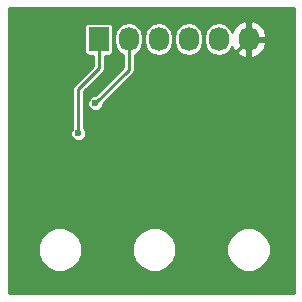
<source format=gbl>
G04 #@! TF.FileFunction,Copper,L2,Bot,Signal*
%FSLAX46Y46*%
G04 Gerber Fmt 4.6, Leading zero omitted, Abs format (unit mm)*
G04 Created by KiCad (PCBNEW 4.0.1-stable) date 3/2/2016 10:49:52 AM*
%MOMM*%
G01*
G04 APERTURE LIST*
%ADD10C,0.100000*%
%ADD11R,1.727200X2.032000*%
%ADD12O,1.727200X2.032000*%
%ADD13C,0.600000*%
%ADD14C,0.250000*%
%ADD15C,0.254000*%
G04 APERTURE END LIST*
D10*
D11*
X133875000Y-100275000D03*
D12*
X136415000Y-100275000D03*
X138955000Y-100275000D03*
X141495000Y-100275000D03*
X144035000Y-100275000D03*
X146575000Y-100275000D03*
D13*
X137625000Y-103200000D03*
X132150000Y-108250000D03*
X133600000Y-105700000D03*
D14*
X146575000Y-100275000D02*
X144150000Y-102700000D01*
X138125000Y-102700000D02*
X137625000Y-103200000D01*
X144150000Y-102700000D02*
X138125000Y-102700000D01*
X133875000Y-100275000D02*
X133875000Y-102750000D01*
X132150000Y-104475000D02*
X132150000Y-108250000D01*
X133875000Y-102750000D02*
X132150000Y-104475000D01*
X136415000Y-100275000D02*
X136415000Y-102885000D01*
X136415000Y-102885000D02*
X133600000Y-105700000D01*
D15*
G36*
X150394000Y-121794000D02*
X126256000Y-121794000D01*
X126256000Y-118447513D01*
X128693674Y-118447513D01*
X128979436Y-119139109D01*
X129508108Y-119668704D01*
X130199204Y-119955673D01*
X130947513Y-119956326D01*
X131639109Y-119670564D01*
X132168704Y-119141892D01*
X132455673Y-118450796D01*
X132455675Y-118447513D01*
X136693674Y-118447513D01*
X136979436Y-119139109D01*
X137508108Y-119668704D01*
X138199204Y-119955673D01*
X138947513Y-119956326D01*
X139639109Y-119670564D01*
X140168704Y-119141892D01*
X140455673Y-118450796D01*
X140455675Y-118447513D01*
X144668674Y-118447513D01*
X144954436Y-119139109D01*
X145483108Y-119668704D01*
X146174204Y-119955673D01*
X146922513Y-119956326D01*
X147614109Y-119670564D01*
X148143704Y-119141892D01*
X148430673Y-118450796D01*
X148431326Y-117702487D01*
X148145564Y-117010891D01*
X147616892Y-116481296D01*
X146925796Y-116194327D01*
X146177487Y-116193674D01*
X145485891Y-116479436D01*
X144956296Y-117008108D01*
X144669327Y-117699204D01*
X144668674Y-118447513D01*
X140455675Y-118447513D01*
X140456326Y-117702487D01*
X140170564Y-117010891D01*
X139641892Y-116481296D01*
X138950796Y-116194327D01*
X138202487Y-116193674D01*
X137510891Y-116479436D01*
X136981296Y-117008108D01*
X136694327Y-117699204D01*
X136693674Y-118447513D01*
X132455675Y-118447513D01*
X132456326Y-117702487D01*
X132170564Y-117010891D01*
X131641892Y-116481296D01*
X130950796Y-116194327D01*
X130202487Y-116193674D01*
X129510891Y-116479436D01*
X128981296Y-117008108D01*
X128694327Y-117699204D01*
X128693674Y-118447513D01*
X126256000Y-118447513D01*
X126256000Y-108384865D01*
X131468882Y-108384865D01*
X131572339Y-108635252D01*
X131763741Y-108826987D01*
X132013946Y-108930882D01*
X132284865Y-108931118D01*
X132535252Y-108827661D01*
X132726987Y-108636259D01*
X132830882Y-108386054D01*
X132831118Y-108115135D01*
X132727661Y-107864748D01*
X132656000Y-107792962D01*
X132656000Y-105834865D01*
X132918882Y-105834865D01*
X133022339Y-106085252D01*
X133213741Y-106276987D01*
X133463946Y-106380882D01*
X133734865Y-106381118D01*
X133985252Y-106277661D01*
X134176987Y-106086259D01*
X134280882Y-105836054D01*
X134280970Y-105734622D01*
X136772796Y-103242796D01*
X136882483Y-103078638D01*
X136921000Y-102885000D01*
X136921000Y-101584776D01*
X137295065Y-101334834D01*
X137564860Y-100931057D01*
X137659600Y-100454769D01*
X137659600Y-100095231D01*
X137710400Y-100095231D01*
X137710400Y-100454769D01*
X137805140Y-100931057D01*
X138074935Y-101334834D01*
X138478712Y-101604629D01*
X138955000Y-101699369D01*
X139431288Y-101604629D01*
X139835065Y-101334834D01*
X140104860Y-100931057D01*
X140199600Y-100454769D01*
X140199600Y-100095231D01*
X140250400Y-100095231D01*
X140250400Y-100454769D01*
X140345140Y-100931057D01*
X140614935Y-101334834D01*
X141018712Y-101604629D01*
X141495000Y-101699369D01*
X141971288Y-101604629D01*
X142375065Y-101334834D01*
X142644860Y-100931057D01*
X142739600Y-100454769D01*
X142739600Y-100095231D01*
X142790400Y-100095231D01*
X142790400Y-100454769D01*
X142885140Y-100931057D01*
X143154935Y-101334834D01*
X143558712Y-101604629D01*
X144035000Y-101699369D01*
X144511288Y-101604629D01*
X144915065Y-101334834D01*
X145184860Y-100931057D01*
X145187704Y-100916757D01*
X145283046Y-101189320D01*
X145672964Y-101625732D01*
X146200209Y-101879709D01*
X146215974Y-101882358D01*
X146448000Y-101761217D01*
X146448000Y-100402000D01*
X146702000Y-100402000D01*
X146702000Y-101761217D01*
X146934026Y-101882358D01*
X146949791Y-101879709D01*
X147477036Y-101625732D01*
X147866954Y-101189320D01*
X148060184Y-100636913D01*
X147915924Y-100402000D01*
X146702000Y-100402000D01*
X146448000Y-100402000D01*
X146428000Y-100402000D01*
X146428000Y-100148000D01*
X146448000Y-100148000D01*
X146448000Y-98788783D01*
X146702000Y-98788783D01*
X146702000Y-100148000D01*
X147915924Y-100148000D01*
X148060184Y-99913087D01*
X147866954Y-99360680D01*
X147477036Y-98924268D01*
X146949791Y-98670291D01*
X146934026Y-98667642D01*
X146702000Y-98788783D01*
X146448000Y-98788783D01*
X146215974Y-98667642D01*
X146200209Y-98670291D01*
X145672964Y-98924268D01*
X145283046Y-99360680D01*
X145187704Y-99633243D01*
X145184860Y-99618943D01*
X144915065Y-99215166D01*
X144511288Y-98945371D01*
X144035000Y-98850631D01*
X143558712Y-98945371D01*
X143154935Y-99215166D01*
X142885140Y-99618943D01*
X142790400Y-100095231D01*
X142739600Y-100095231D01*
X142644860Y-99618943D01*
X142375065Y-99215166D01*
X141971288Y-98945371D01*
X141495000Y-98850631D01*
X141018712Y-98945371D01*
X140614935Y-99215166D01*
X140345140Y-99618943D01*
X140250400Y-100095231D01*
X140199600Y-100095231D01*
X140104860Y-99618943D01*
X139835065Y-99215166D01*
X139431288Y-98945371D01*
X138955000Y-98850631D01*
X138478712Y-98945371D01*
X138074935Y-99215166D01*
X137805140Y-99618943D01*
X137710400Y-100095231D01*
X137659600Y-100095231D01*
X137564860Y-99618943D01*
X137295065Y-99215166D01*
X136891288Y-98945371D01*
X136415000Y-98850631D01*
X135938712Y-98945371D01*
X135534935Y-99215166D01*
X135265140Y-99618943D01*
X135170400Y-100095231D01*
X135170400Y-100454769D01*
X135265140Y-100931057D01*
X135534935Y-101334834D01*
X135909000Y-101584776D01*
X135909000Y-102675408D01*
X133565439Y-105018969D01*
X133465135Y-105018882D01*
X133214748Y-105122339D01*
X133023013Y-105313741D01*
X132919118Y-105563946D01*
X132918882Y-105834865D01*
X132656000Y-105834865D01*
X132656000Y-104684592D01*
X134232796Y-103107796D01*
X134342483Y-102943638D01*
X134381000Y-102750000D01*
X134381000Y-101679464D01*
X134738600Y-101679464D01*
X134879790Y-101652897D01*
X135009465Y-101569454D01*
X135096459Y-101442134D01*
X135127064Y-101291000D01*
X135127064Y-99259000D01*
X135100497Y-99117810D01*
X135017054Y-98988135D01*
X134889734Y-98901141D01*
X134738600Y-98870536D01*
X133011400Y-98870536D01*
X132870210Y-98897103D01*
X132740535Y-98980546D01*
X132653541Y-99107866D01*
X132622936Y-99259000D01*
X132622936Y-101291000D01*
X132649503Y-101432190D01*
X132732946Y-101561865D01*
X132860266Y-101648859D01*
X133011400Y-101679464D01*
X133369000Y-101679464D01*
X133369000Y-102540408D01*
X131792204Y-104117204D01*
X131682517Y-104281362D01*
X131644000Y-104475000D01*
X131644000Y-107792877D01*
X131573013Y-107863741D01*
X131469118Y-108113946D01*
X131468882Y-108384865D01*
X126256000Y-108384865D01*
X126256000Y-97656000D01*
X150394000Y-97656000D01*
X150394000Y-121794000D01*
X150394000Y-121794000D01*
G37*
X150394000Y-121794000D02*
X126256000Y-121794000D01*
X126256000Y-118447513D01*
X128693674Y-118447513D01*
X128979436Y-119139109D01*
X129508108Y-119668704D01*
X130199204Y-119955673D01*
X130947513Y-119956326D01*
X131639109Y-119670564D01*
X132168704Y-119141892D01*
X132455673Y-118450796D01*
X132455675Y-118447513D01*
X136693674Y-118447513D01*
X136979436Y-119139109D01*
X137508108Y-119668704D01*
X138199204Y-119955673D01*
X138947513Y-119956326D01*
X139639109Y-119670564D01*
X140168704Y-119141892D01*
X140455673Y-118450796D01*
X140455675Y-118447513D01*
X144668674Y-118447513D01*
X144954436Y-119139109D01*
X145483108Y-119668704D01*
X146174204Y-119955673D01*
X146922513Y-119956326D01*
X147614109Y-119670564D01*
X148143704Y-119141892D01*
X148430673Y-118450796D01*
X148431326Y-117702487D01*
X148145564Y-117010891D01*
X147616892Y-116481296D01*
X146925796Y-116194327D01*
X146177487Y-116193674D01*
X145485891Y-116479436D01*
X144956296Y-117008108D01*
X144669327Y-117699204D01*
X144668674Y-118447513D01*
X140455675Y-118447513D01*
X140456326Y-117702487D01*
X140170564Y-117010891D01*
X139641892Y-116481296D01*
X138950796Y-116194327D01*
X138202487Y-116193674D01*
X137510891Y-116479436D01*
X136981296Y-117008108D01*
X136694327Y-117699204D01*
X136693674Y-118447513D01*
X132455675Y-118447513D01*
X132456326Y-117702487D01*
X132170564Y-117010891D01*
X131641892Y-116481296D01*
X130950796Y-116194327D01*
X130202487Y-116193674D01*
X129510891Y-116479436D01*
X128981296Y-117008108D01*
X128694327Y-117699204D01*
X128693674Y-118447513D01*
X126256000Y-118447513D01*
X126256000Y-108384865D01*
X131468882Y-108384865D01*
X131572339Y-108635252D01*
X131763741Y-108826987D01*
X132013946Y-108930882D01*
X132284865Y-108931118D01*
X132535252Y-108827661D01*
X132726987Y-108636259D01*
X132830882Y-108386054D01*
X132831118Y-108115135D01*
X132727661Y-107864748D01*
X132656000Y-107792962D01*
X132656000Y-105834865D01*
X132918882Y-105834865D01*
X133022339Y-106085252D01*
X133213741Y-106276987D01*
X133463946Y-106380882D01*
X133734865Y-106381118D01*
X133985252Y-106277661D01*
X134176987Y-106086259D01*
X134280882Y-105836054D01*
X134280970Y-105734622D01*
X136772796Y-103242796D01*
X136882483Y-103078638D01*
X136921000Y-102885000D01*
X136921000Y-101584776D01*
X137295065Y-101334834D01*
X137564860Y-100931057D01*
X137659600Y-100454769D01*
X137659600Y-100095231D01*
X137710400Y-100095231D01*
X137710400Y-100454769D01*
X137805140Y-100931057D01*
X138074935Y-101334834D01*
X138478712Y-101604629D01*
X138955000Y-101699369D01*
X139431288Y-101604629D01*
X139835065Y-101334834D01*
X140104860Y-100931057D01*
X140199600Y-100454769D01*
X140199600Y-100095231D01*
X140250400Y-100095231D01*
X140250400Y-100454769D01*
X140345140Y-100931057D01*
X140614935Y-101334834D01*
X141018712Y-101604629D01*
X141495000Y-101699369D01*
X141971288Y-101604629D01*
X142375065Y-101334834D01*
X142644860Y-100931057D01*
X142739600Y-100454769D01*
X142739600Y-100095231D01*
X142790400Y-100095231D01*
X142790400Y-100454769D01*
X142885140Y-100931057D01*
X143154935Y-101334834D01*
X143558712Y-101604629D01*
X144035000Y-101699369D01*
X144511288Y-101604629D01*
X144915065Y-101334834D01*
X145184860Y-100931057D01*
X145187704Y-100916757D01*
X145283046Y-101189320D01*
X145672964Y-101625732D01*
X146200209Y-101879709D01*
X146215974Y-101882358D01*
X146448000Y-101761217D01*
X146448000Y-100402000D01*
X146702000Y-100402000D01*
X146702000Y-101761217D01*
X146934026Y-101882358D01*
X146949791Y-101879709D01*
X147477036Y-101625732D01*
X147866954Y-101189320D01*
X148060184Y-100636913D01*
X147915924Y-100402000D01*
X146702000Y-100402000D01*
X146448000Y-100402000D01*
X146428000Y-100402000D01*
X146428000Y-100148000D01*
X146448000Y-100148000D01*
X146448000Y-98788783D01*
X146702000Y-98788783D01*
X146702000Y-100148000D01*
X147915924Y-100148000D01*
X148060184Y-99913087D01*
X147866954Y-99360680D01*
X147477036Y-98924268D01*
X146949791Y-98670291D01*
X146934026Y-98667642D01*
X146702000Y-98788783D01*
X146448000Y-98788783D01*
X146215974Y-98667642D01*
X146200209Y-98670291D01*
X145672964Y-98924268D01*
X145283046Y-99360680D01*
X145187704Y-99633243D01*
X145184860Y-99618943D01*
X144915065Y-99215166D01*
X144511288Y-98945371D01*
X144035000Y-98850631D01*
X143558712Y-98945371D01*
X143154935Y-99215166D01*
X142885140Y-99618943D01*
X142790400Y-100095231D01*
X142739600Y-100095231D01*
X142644860Y-99618943D01*
X142375065Y-99215166D01*
X141971288Y-98945371D01*
X141495000Y-98850631D01*
X141018712Y-98945371D01*
X140614935Y-99215166D01*
X140345140Y-99618943D01*
X140250400Y-100095231D01*
X140199600Y-100095231D01*
X140104860Y-99618943D01*
X139835065Y-99215166D01*
X139431288Y-98945371D01*
X138955000Y-98850631D01*
X138478712Y-98945371D01*
X138074935Y-99215166D01*
X137805140Y-99618943D01*
X137710400Y-100095231D01*
X137659600Y-100095231D01*
X137564860Y-99618943D01*
X137295065Y-99215166D01*
X136891288Y-98945371D01*
X136415000Y-98850631D01*
X135938712Y-98945371D01*
X135534935Y-99215166D01*
X135265140Y-99618943D01*
X135170400Y-100095231D01*
X135170400Y-100454769D01*
X135265140Y-100931057D01*
X135534935Y-101334834D01*
X135909000Y-101584776D01*
X135909000Y-102675408D01*
X133565439Y-105018969D01*
X133465135Y-105018882D01*
X133214748Y-105122339D01*
X133023013Y-105313741D01*
X132919118Y-105563946D01*
X132918882Y-105834865D01*
X132656000Y-105834865D01*
X132656000Y-104684592D01*
X134232796Y-103107796D01*
X134342483Y-102943638D01*
X134381000Y-102750000D01*
X134381000Y-101679464D01*
X134738600Y-101679464D01*
X134879790Y-101652897D01*
X135009465Y-101569454D01*
X135096459Y-101442134D01*
X135127064Y-101291000D01*
X135127064Y-99259000D01*
X135100497Y-99117810D01*
X135017054Y-98988135D01*
X134889734Y-98901141D01*
X134738600Y-98870536D01*
X133011400Y-98870536D01*
X132870210Y-98897103D01*
X132740535Y-98980546D01*
X132653541Y-99107866D01*
X132622936Y-99259000D01*
X132622936Y-101291000D01*
X132649503Y-101432190D01*
X132732946Y-101561865D01*
X132860266Y-101648859D01*
X133011400Y-101679464D01*
X133369000Y-101679464D01*
X133369000Y-102540408D01*
X131792204Y-104117204D01*
X131682517Y-104281362D01*
X131644000Y-104475000D01*
X131644000Y-107792877D01*
X131573013Y-107863741D01*
X131469118Y-108113946D01*
X131468882Y-108384865D01*
X126256000Y-108384865D01*
X126256000Y-97656000D01*
X150394000Y-97656000D01*
X150394000Y-121794000D01*
M02*

</source>
